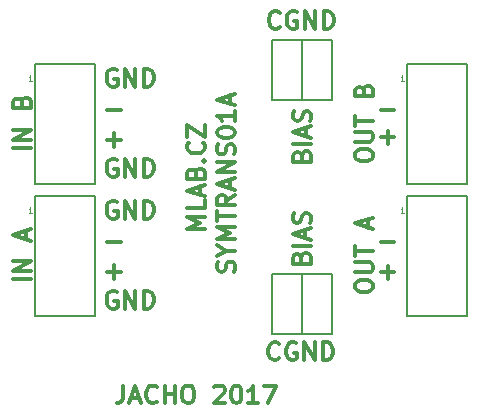
<source format=gbr>
G04 #@! TF.FileFunction,Legend,Top*
%FSLAX46Y46*%
G04 Gerber Fmt 4.6, Leading zero omitted, Abs format (unit mm)*
G04 Created by KiCad (PCBNEW (2016-09-17 revision 679eef1)-makepkg) date 01/31/17 06:58:57*
%MOMM*%
%LPD*%
G01*
G04 APERTURE LIST*
%ADD10C,0.150000*%
%ADD11C,0.300000*%
%ADD12C,0.050000*%
G04 APERTURE END LIST*
D10*
D11*
X23222971Y6017485D02*
X23151542Y5946057D01*
X22937257Y5874628D01*
X22794400Y5874628D01*
X22580114Y5946057D01*
X22437257Y6088914D01*
X22365828Y6231771D01*
X22294400Y6517485D01*
X22294400Y6731771D01*
X22365828Y7017485D01*
X22437257Y7160342D01*
X22580114Y7303200D01*
X22794400Y7374628D01*
X22937257Y7374628D01*
X23151542Y7303200D01*
X23222971Y7231771D01*
X24651542Y7303200D02*
X24508685Y7374628D01*
X24294400Y7374628D01*
X24080114Y7303200D01*
X23937257Y7160342D01*
X23865828Y7017485D01*
X23794400Y6731771D01*
X23794400Y6517485D01*
X23865828Y6231771D01*
X23937257Y6088914D01*
X24080114Y5946057D01*
X24294400Y5874628D01*
X24437257Y5874628D01*
X24651542Y5946057D01*
X24722971Y6017485D01*
X24722971Y6517485D01*
X24437257Y6517485D01*
X25365828Y5874628D02*
X25365828Y7374628D01*
X26222971Y5874628D01*
X26222971Y7374628D01*
X26937257Y5874628D02*
X26937257Y7374628D01*
X27294400Y7374628D01*
X27508685Y7303200D01*
X27651542Y7160342D01*
X27722971Y7017485D01*
X27794400Y6731771D01*
X27794400Y6517485D01*
X27722971Y6231771D01*
X27651542Y6088914D01*
X27508685Y5946057D01*
X27294400Y5874628D01*
X26937257Y5874628D01*
X23273771Y34059085D02*
X23202342Y33987657D01*
X22988057Y33916228D01*
X22845200Y33916228D01*
X22630914Y33987657D01*
X22488057Y34130514D01*
X22416628Y34273371D01*
X22345200Y34559085D01*
X22345200Y34773371D01*
X22416628Y35059085D01*
X22488057Y35201942D01*
X22630914Y35344800D01*
X22845200Y35416228D01*
X22988057Y35416228D01*
X23202342Y35344800D01*
X23273771Y35273371D01*
X24702342Y35344800D02*
X24559485Y35416228D01*
X24345200Y35416228D01*
X24130914Y35344800D01*
X23988057Y35201942D01*
X23916628Y35059085D01*
X23845200Y34773371D01*
X23845200Y34559085D01*
X23916628Y34273371D01*
X23988057Y34130514D01*
X24130914Y33987657D01*
X24345200Y33916228D01*
X24488057Y33916228D01*
X24702342Y33987657D01*
X24773771Y34059085D01*
X24773771Y34559085D01*
X24488057Y34559085D01*
X25416628Y33916228D02*
X25416628Y35416228D01*
X26273771Y33916228D01*
X26273771Y35416228D01*
X26988057Y33916228D02*
X26988057Y35416228D01*
X27345200Y35416228D01*
X27559485Y35344800D01*
X27702342Y35201942D01*
X27773771Y35059085D01*
X27845200Y34773371D01*
X27845200Y34559085D01*
X27773771Y34273371D01*
X27702342Y34130514D01*
X27559485Y33987657D01*
X27345200Y33916228D01*
X26988057Y33916228D01*
X25089657Y14547257D02*
X25161085Y14761542D01*
X25232514Y14832971D01*
X25375371Y14904400D01*
X25589657Y14904400D01*
X25732514Y14832971D01*
X25803942Y14761542D01*
X25875371Y14618685D01*
X25875371Y14047257D01*
X24375371Y14047257D01*
X24375371Y14547257D01*
X24446800Y14690114D01*
X24518228Y14761542D01*
X24661085Y14832971D01*
X24803942Y14832971D01*
X24946800Y14761542D01*
X25018228Y14690114D01*
X25089657Y14547257D01*
X25089657Y14047257D01*
X25875371Y15547257D02*
X24375371Y15547257D01*
X25446800Y16190114D02*
X25446800Y16904400D01*
X25875371Y16047257D02*
X24375371Y16547257D01*
X25875371Y17047257D01*
X25803942Y17475828D02*
X25875371Y17690114D01*
X25875371Y18047257D01*
X25803942Y18190114D01*
X25732514Y18261542D01*
X25589657Y18332971D01*
X25446800Y18332971D01*
X25303942Y18261542D01*
X25232514Y18190114D01*
X25161085Y18047257D01*
X25089657Y17761542D01*
X25018228Y17618685D01*
X24946800Y17547257D01*
X24803942Y17475828D01*
X24661085Y17475828D01*
X24518228Y17547257D01*
X24446800Y17618685D01*
X24375371Y17761542D01*
X24375371Y18118685D01*
X24446800Y18332971D01*
X25140457Y23183257D02*
X25211885Y23397542D01*
X25283314Y23468971D01*
X25426171Y23540400D01*
X25640457Y23540400D01*
X25783314Y23468971D01*
X25854742Y23397542D01*
X25926171Y23254685D01*
X25926171Y22683257D01*
X24426171Y22683257D01*
X24426171Y23183257D01*
X24497600Y23326114D01*
X24569028Y23397542D01*
X24711885Y23468971D01*
X24854742Y23468971D01*
X24997600Y23397542D01*
X25069028Y23326114D01*
X25140457Y23183257D01*
X25140457Y22683257D01*
X25926171Y24183257D02*
X24426171Y24183257D01*
X25497600Y24826114D02*
X25497600Y25540400D01*
X25926171Y24683257D02*
X24426171Y25183257D01*
X25926171Y25683257D01*
X25854742Y26111828D02*
X25926171Y26326114D01*
X25926171Y26683257D01*
X25854742Y26826114D01*
X25783314Y26897542D01*
X25640457Y26968971D01*
X25497600Y26968971D01*
X25354742Y26897542D01*
X25283314Y26826114D01*
X25211885Y26683257D01*
X25140457Y26397542D01*
X25069028Y26254685D01*
X24997600Y26183257D01*
X24854742Y26111828D01*
X24711885Y26111828D01*
X24569028Y26183257D01*
X24497600Y26254685D01*
X24426171Y26397542D01*
X24426171Y26754685D01*
X24497600Y26968971D01*
X10026628Y3717028D02*
X10026628Y2645600D01*
X9955200Y2431314D01*
X9812342Y2288457D01*
X9598057Y2217028D01*
X9455200Y2217028D01*
X10669485Y2645600D02*
X11383771Y2645600D01*
X10526628Y2217028D02*
X11026628Y3717028D01*
X11526628Y2217028D01*
X12883771Y2359885D02*
X12812342Y2288457D01*
X12598057Y2217028D01*
X12455200Y2217028D01*
X12240914Y2288457D01*
X12098057Y2431314D01*
X12026628Y2574171D01*
X11955200Y2859885D01*
X11955200Y3074171D01*
X12026628Y3359885D01*
X12098057Y3502742D01*
X12240914Y3645600D01*
X12455200Y3717028D01*
X12598057Y3717028D01*
X12812342Y3645600D01*
X12883771Y3574171D01*
X13526628Y2217028D02*
X13526628Y3717028D01*
X13526628Y3002742D02*
X14383771Y3002742D01*
X14383771Y2217028D02*
X14383771Y3717028D01*
X15383771Y3717028D02*
X15669485Y3717028D01*
X15812342Y3645600D01*
X15955200Y3502742D01*
X16026628Y3217028D01*
X16026628Y2717028D01*
X15955200Y2431314D01*
X15812342Y2288457D01*
X15669485Y2217028D01*
X15383771Y2217028D01*
X15240914Y2288457D01*
X15098057Y2431314D01*
X15026628Y2717028D01*
X15026628Y3217028D01*
X15098057Y3502742D01*
X15240914Y3645600D01*
X15383771Y3717028D01*
X17740914Y3574171D02*
X17812342Y3645600D01*
X17955200Y3717028D01*
X18312342Y3717028D01*
X18455200Y3645600D01*
X18526628Y3574171D01*
X18598057Y3431314D01*
X18598057Y3288457D01*
X18526628Y3074171D01*
X17669485Y2217028D01*
X18598057Y2217028D01*
X19526628Y3717028D02*
X19669485Y3717028D01*
X19812342Y3645600D01*
X19883771Y3574171D01*
X19955200Y3431314D01*
X20026628Y3145600D01*
X20026628Y2788457D01*
X19955200Y2502742D01*
X19883771Y2359885D01*
X19812342Y2288457D01*
X19669485Y2217028D01*
X19526628Y2217028D01*
X19383771Y2288457D01*
X19312342Y2359885D01*
X19240914Y2502742D01*
X19169485Y2788457D01*
X19169485Y3145600D01*
X19240914Y3431314D01*
X19312342Y3574171D01*
X19383771Y3645600D01*
X19526628Y3717028D01*
X21455200Y2217028D02*
X20598057Y2217028D01*
X21026628Y2217028D02*
X21026628Y3717028D01*
X20883771Y3502742D01*
X20740914Y3359885D01*
X20598057Y3288457D01*
X21955200Y3717028D02*
X22955200Y3717028D01*
X22312342Y2217028D01*
X16934571Y17014571D02*
X15434571Y17014571D01*
X16506000Y17514571D01*
X15434571Y18014571D01*
X16934571Y18014571D01*
X16934571Y19443142D02*
X16934571Y18728857D01*
X15434571Y18728857D01*
X16506000Y19871714D02*
X16506000Y20586000D01*
X16934571Y19728857D02*
X15434571Y20228857D01*
X16934571Y20728857D01*
X16148857Y21728857D02*
X16220285Y21943142D01*
X16291714Y22014571D01*
X16434571Y22086000D01*
X16648857Y22086000D01*
X16791714Y22014571D01*
X16863142Y21943142D01*
X16934571Y21800285D01*
X16934571Y21228857D01*
X15434571Y21228857D01*
X15434571Y21728857D01*
X15506000Y21871714D01*
X15577428Y21943142D01*
X15720285Y22014571D01*
X15863142Y22014571D01*
X16006000Y21943142D01*
X16077428Y21871714D01*
X16148857Y21728857D01*
X16148857Y21228857D01*
X16791714Y22728857D02*
X16863142Y22800285D01*
X16934571Y22728857D01*
X16863142Y22657428D01*
X16791714Y22728857D01*
X16934571Y22728857D01*
X16791714Y24300285D02*
X16863142Y24228857D01*
X16934571Y24014571D01*
X16934571Y23871714D01*
X16863142Y23657428D01*
X16720285Y23514571D01*
X16577428Y23443142D01*
X16291714Y23371714D01*
X16077428Y23371714D01*
X15791714Y23443142D01*
X15648857Y23514571D01*
X15506000Y23657428D01*
X15434571Y23871714D01*
X15434571Y24014571D01*
X15506000Y24228857D01*
X15577428Y24300285D01*
X15434571Y24800285D02*
X15434571Y25800285D01*
X16934571Y24800285D01*
X16934571Y25800285D01*
X19403142Y13363714D02*
X19474571Y13578000D01*
X19474571Y13935142D01*
X19403142Y14078000D01*
X19331714Y14149428D01*
X19188857Y14220857D01*
X19046000Y14220857D01*
X18903142Y14149428D01*
X18831714Y14078000D01*
X18760285Y13935142D01*
X18688857Y13649428D01*
X18617428Y13506571D01*
X18546000Y13435142D01*
X18403142Y13363714D01*
X18260285Y13363714D01*
X18117428Y13435142D01*
X18046000Y13506571D01*
X17974571Y13649428D01*
X17974571Y14006571D01*
X18046000Y14220857D01*
X18760285Y15149428D02*
X19474571Y15149428D01*
X17974571Y14649428D02*
X18760285Y15149428D01*
X17974571Y15649428D01*
X19474571Y16149428D02*
X17974571Y16149428D01*
X19046000Y16649428D01*
X17974571Y17149428D01*
X19474571Y17149428D01*
X17974571Y17649428D02*
X17974571Y18506571D01*
X19474571Y18078000D02*
X17974571Y18078000D01*
X19474571Y19863714D02*
X18760285Y19363714D01*
X19474571Y19006571D02*
X17974571Y19006571D01*
X17974571Y19578000D01*
X18046000Y19720857D01*
X18117428Y19792285D01*
X18260285Y19863714D01*
X18474571Y19863714D01*
X18617428Y19792285D01*
X18688857Y19720857D01*
X18760285Y19578000D01*
X18760285Y19006571D01*
X19046000Y20435142D02*
X19046000Y21149428D01*
X19474571Y20292285D02*
X17974571Y20792285D01*
X19474571Y21292285D01*
X19474571Y21792285D02*
X17974571Y21792285D01*
X19474571Y22649428D01*
X17974571Y22649428D01*
X19403142Y23292285D02*
X19474571Y23506571D01*
X19474571Y23863714D01*
X19403142Y24006571D01*
X19331714Y24078000D01*
X19188857Y24149428D01*
X19046000Y24149428D01*
X18903142Y24078000D01*
X18831714Y24006571D01*
X18760285Y23863714D01*
X18688857Y23578000D01*
X18617428Y23435142D01*
X18546000Y23363714D01*
X18403142Y23292285D01*
X18260285Y23292285D01*
X18117428Y23363714D01*
X18046000Y23435142D01*
X17974571Y23578000D01*
X17974571Y23935142D01*
X18046000Y24149428D01*
X17974571Y25078000D02*
X17974571Y25220857D01*
X18046000Y25363714D01*
X18117428Y25435142D01*
X18260285Y25506571D01*
X18546000Y25578000D01*
X18903142Y25578000D01*
X19188857Y25506571D01*
X19331714Y25435142D01*
X19403142Y25363714D01*
X19474571Y25220857D01*
X19474571Y25078000D01*
X19403142Y24935142D01*
X19331714Y24863714D01*
X19188857Y24792285D01*
X18903142Y24720857D01*
X18546000Y24720857D01*
X18260285Y24792285D01*
X18117428Y24863714D01*
X18046000Y24935142D01*
X17974571Y25078000D01*
X19474571Y27006571D02*
X19474571Y26149428D01*
X19474571Y26578000D02*
X17974571Y26578000D01*
X18188857Y26435142D01*
X18331714Y26292285D01*
X18403142Y26149428D01*
X19046000Y27578000D02*
X19046000Y28292285D01*
X19474571Y27435142D02*
X17974571Y27935142D01*
X19474571Y28435142D01*
X32975857Y24745142D02*
X31833000Y24745142D01*
X32404428Y25316571D02*
X32404428Y24173714D01*
X9465857Y11672000D02*
X9323000Y11743428D01*
X9108714Y11743428D01*
X8894428Y11672000D01*
X8751571Y11529142D01*
X8680142Y11386285D01*
X8608714Y11100571D01*
X8608714Y10886285D01*
X8680142Y10600571D01*
X8751571Y10457714D01*
X8894428Y10314857D01*
X9108714Y10243428D01*
X9251571Y10243428D01*
X9465857Y10314857D01*
X9537285Y10386285D01*
X9537285Y10886285D01*
X9251571Y10886285D01*
X10180142Y10243428D02*
X10180142Y11743428D01*
X11037285Y10243428D01*
X11037285Y11743428D01*
X11751571Y10243428D02*
X11751571Y11743428D01*
X12108714Y11743428D01*
X12323000Y11672000D01*
X12465857Y11529142D01*
X12537285Y11386285D01*
X12608714Y11100571D01*
X12608714Y10886285D01*
X12537285Y10600571D01*
X12465857Y10457714D01*
X12323000Y10314857D01*
X12108714Y10243428D01*
X11751571Y10243428D01*
X9465857Y19292000D02*
X9323000Y19363428D01*
X9108714Y19363428D01*
X8894428Y19292000D01*
X8751571Y19149142D01*
X8680142Y19006285D01*
X8608714Y18720571D01*
X8608714Y18506285D01*
X8680142Y18220571D01*
X8751571Y18077714D01*
X8894428Y17934857D01*
X9108714Y17863428D01*
X9251571Y17863428D01*
X9465857Y17934857D01*
X9537285Y18006285D01*
X9537285Y18506285D01*
X9251571Y18506285D01*
X10180142Y17863428D02*
X10180142Y19363428D01*
X11037285Y17863428D01*
X11037285Y19363428D01*
X11751571Y17863428D02*
X11751571Y19363428D01*
X12108714Y19363428D01*
X12323000Y19292000D01*
X12465857Y19149142D01*
X12537285Y19006285D01*
X12608714Y18720571D01*
X12608714Y18506285D01*
X12537285Y18220571D01*
X12465857Y18077714D01*
X12323000Y17934857D01*
X12108714Y17863428D01*
X11751571Y17863428D01*
X9465857Y22848000D02*
X9323000Y22919428D01*
X9108714Y22919428D01*
X8894428Y22848000D01*
X8751571Y22705142D01*
X8680142Y22562285D01*
X8608714Y22276571D01*
X8608714Y22062285D01*
X8680142Y21776571D01*
X8751571Y21633714D01*
X8894428Y21490857D01*
X9108714Y21419428D01*
X9251571Y21419428D01*
X9465857Y21490857D01*
X9537285Y21562285D01*
X9537285Y22062285D01*
X9251571Y22062285D01*
X10180142Y21419428D02*
X10180142Y22919428D01*
X11037285Y21419428D01*
X11037285Y22919428D01*
X11751571Y21419428D02*
X11751571Y22919428D01*
X12108714Y22919428D01*
X12323000Y22848000D01*
X12465857Y22705142D01*
X12537285Y22562285D01*
X12608714Y22276571D01*
X12608714Y22062285D01*
X12537285Y21776571D01*
X12465857Y21633714D01*
X12323000Y21490857D01*
X12108714Y21419428D01*
X11751571Y21419428D01*
X9465857Y30468000D02*
X9323000Y30539428D01*
X9108714Y30539428D01*
X8894428Y30468000D01*
X8751571Y30325142D01*
X8680142Y30182285D01*
X8608714Y29896571D01*
X8608714Y29682285D01*
X8680142Y29396571D01*
X8751571Y29253714D01*
X8894428Y29110857D01*
X9108714Y29039428D01*
X9251571Y29039428D01*
X9465857Y29110857D01*
X9537285Y29182285D01*
X9537285Y29682285D01*
X9251571Y29682285D01*
X10180142Y29039428D02*
X10180142Y30539428D01*
X11037285Y29039428D01*
X11037285Y30539428D01*
X11751571Y29039428D02*
X11751571Y30539428D01*
X12108714Y30539428D01*
X12323000Y30468000D01*
X12465857Y30325142D01*
X12537285Y30182285D01*
X12608714Y29896571D01*
X12608714Y29682285D01*
X12537285Y29396571D01*
X12465857Y29253714D01*
X12323000Y29110857D01*
X12108714Y29039428D01*
X11751571Y29039428D01*
X8680142Y15894857D02*
X9823000Y15894857D01*
X8680142Y13354857D02*
X9823000Y13354857D01*
X9251571Y12783428D02*
X9251571Y13926285D01*
X8680142Y27070857D02*
X9823000Y27070857D01*
X29658571Y12017714D02*
X29658571Y12303428D01*
X29730000Y12446285D01*
X29872857Y12589142D01*
X30158571Y12660571D01*
X30658571Y12660571D01*
X30944285Y12589142D01*
X31087142Y12446285D01*
X31158571Y12303428D01*
X31158571Y12017714D01*
X31087142Y11874857D01*
X30944285Y11732000D01*
X30658571Y11660571D01*
X30158571Y11660571D01*
X29872857Y11732000D01*
X29730000Y11874857D01*
X29658571Y12017714D01*
X29658571Y13303428D02*
X30872857Y13303428D01*
X31015714Y13374857D01*
X31087142Y13446285D01*
X31158571Y13589142D01*
X31158571Y13874857D01*
X31087142Y14017714D01*
X31015714Y14089142D01*
X30872857Y14160571D01*
X29658571Y14160571D01*
X29658571Y14660571D02*
X29658571Y15517714D01*
X31158571Y15089142D02*
X29658571Y15089142D01*
X30730000Y17089142D02*
X30730000Y17803428D01*
X31158571Y16946285D02*
X29658571Y17446285D01*
X31158571Y17946285D01*
X32975857Y15855142D02*
X31833000Y15855142D01*
X32975857Y27031142D02*
X31833000Y27031142D01*
X32975857Y13315142D02*
X31833000Y13315142D01*
X32404428Y13886571D02*
X32404428Y12743714D01*
X8680142Y24530857D02*
X9823000Y24530857D01*
X9251571Y23959428D02*
X9251571Y25102285D01*
X29658571Y23086571D02*
X29658571Y23372285D01*
X29730000Y23515142D01*
X29872857Y23658000D01*
X30158571Y23729428D01*
X30658571Y23729428D01*
X30944285Y23658000D01*
X31087142Y23515142D01*
X31158571Y23372285D01*
X31158571Y23086571D01*
X31087142Y22943714D01*
X30944285Y22800857D01*
X30658571Y22729428D01*
X30158571Y22729428D01*
X29872857Y22800857D01*
X29730000Y22943714D01*
X29658571Y23086571D01*
X29658571Y24372285D02*
X30872857Y24372285D01*
X31015714Y24443714D01*
X31087142Y24515142D01*
X31158571Y24658000D01*
X31158571Y24943714D01*
X31087142Y25086571D01*
X31015714Y25158000D01*
X30872857Y25229428D01*
X29658571Y25229428D01*
X29658571Y25729428D02*
X29658571Y26586571D01*
X31158571Y26158000D02*
X29658571Y26158000D01*
X30372857Y28729428D02*
X30444285Y28943714D01*
X30515714Y29015142D01*
X30658571Y29086571D01*
X30872857Y29086571D01*
X31015714Y29015142D01*
X31087142Y28943714D01*
X31158571Y28800857D01*
X31158571Y28229428D01*
X29658571Y28229428D01*
X29658571Y28729428D01*
X29730000Y28872285D01*
X29801428Y28943714D01*
X29944285Y29015142D01*
X30087142Y29015142D01*
X30230000Y28943714D01*
X30301428Y28872285D01*
X30372857Y28729428D01*
X30372857Y28229428D01*
X2202571Y12732000D02*
X702571Y12732000D01*
X2202571Y13446285D02*
X702571Y13446285D01*
X2202571Y14303428D01*
X702571Y14303428D01*
X1774000Y16089142D02*
X1774000Y16803428D01*
X2202571Y15946285D02*
X702571Y16446285D01*
X2202571Y16946285D01*
X2202571Y23800857D02*
X702571Y23800857D01*
X2202571Y24515142D02*
X702571Y24515142D01*
X2202571Y25372285D01*
X702571Y25372285D01*
X1416857Y27729428D02*
X1488285Y27943714D01*
X1559714Y28015142D01*
X1702571Y28086571D01*
X1916857Y28086571D01*
X2059714Y28015142D01*
X2131142Y27943714D01*
X2202571Y27800857D01*
X2202571Y27229428D01*
X702571Y27229428D01*
X702571Y27729428D01*
X774000Y27872285D01*
X845428Y27943714D01*
X988285Y28015142D01*
X1131142Y28015142D01*
X1274000Y27943714D01*
X1345428Y27872285D01*
X1416857Y27729428D01*
X1416857Y27229428D01*
D10*
X2540000Y30988000D02*
X7620000Y30988000D01*
X7620000Y30988000D02*
X7620000Y20828000D01*
X7620000Y20828000D02*
X2540000Y20828000D01*
X2540000Y20828000D02*
X2540000Y30988000D01*
X34036000Y19812000D02*
X39116000Y19812000D01*
X39116000Y19812000D02*
X39116000Y9652000D01*
X39116000Y9652000D02*
X34036000Y9652000D01*
X34036000Y9652000D02*
X34036000Y19812000D01*
X34036000Y30988000D02*
X39116000Y30988000D01*
X39116000Y30988000D02*
X39116000Y20828000D01*
X39116000Y20828000D02*
X34036000Y20828000D01*
X34036000Y20828000D02*
X34036000Y30988000D01*
X25146000Y13208000D02*
X25146000Y8128000D01*
X25146000Y8128000D02*
X22606000Y8128000D01*
X22606000Y8128000D02*
X22606000Y13208000D01*
X22606000Y13208000D02*
X25146000Y13208000D01*
X27686000Y13208000D02*
X27686000Y8128000D01*
X27686000Y8128000D02*
X25146000Y8128000D01*
X25146000Y8128000D02*
X25146000Y13208000D01*
X25146000Y13208000D02*
X27686000Y13208000D01*
X2540000Y19812000D02*
X7620000Y19812000D01*
X7620000Y19812000D02*
X7620000Y9652000D01*
X7620000Y9652000D02*
X2540000Y9652000D01*
X2540000Y9652000D02*
X2540000Y19812000D01*
X25146000Y27940000D02*
X25146000Y33020000D01*
X25146000Y33020000D02*
X27686000Y33020000D01*
X27686000Y33020000D02*
X27686000Y27940000D01*
X27686000Y27940000D02*
X25146000Y27940000D01*
X22606000Y27940000D02*
X22606000Y33020000D01*
X22606000Y33020000D02*
X25146000Y33020000D01*
X25146000Y33020000D02*
X25146000Y27940000D01*
X25146000Y27940000D02*
X22606000Y27940000D01*
D12*
X2301857Y29491809D02*
X2016142Y29491809D01*
X2159000Y29491809D02*
X2159000Y29991809D01*
X2111380Y29920380D01*
X2063761Y29872761D01*
X2016142Y29848952D01*
X33797857Y18315809D02*
X33512142Y18315809D01*
X33655000Y18315809D02*
X33655000Y18815809D01*
X33607380Y18744380D01*
X33559761Y18696761D01*
X33512142Y18672952D01*
X33797857Y29491809D02*
X33512142Y29491809D01*
X33655000Y29491809D02*
X33655000Y29991809D01*
X33607380Y29920380D01*
X33559761Y29872761D01*
X33512142Y29848952D01*
X2301857Y18315809D02*
X2016142Y18315809D01*
X2159000Y18315809D02*
X2159000Y18815809D01*
X2111380Y18744380D01*
X2063761Y18696761D01*
X2016142Y18672952D01*
M02*

</source>
